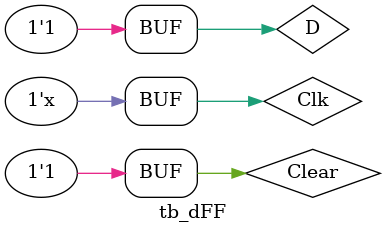
<source format=v>
`timescale 1ns / 1ps


module tb_dFF();

reg D;
reg Clear;
reg Clk;
wire Q;

dFF uut(.D(D),.Clear(Clear),.Clk(Clk),.Q(Q));

always #5 Clk = ~Clk;
initial begin
    Clk = 0;
    Clear = 0;
    D = 0;
    #10
    D = 1;
    #10
    D = 0;
    #10 
    D = 1;
    #10
    Clear = 1;
    #10
    D = 1;
end
endmodule

</source>
